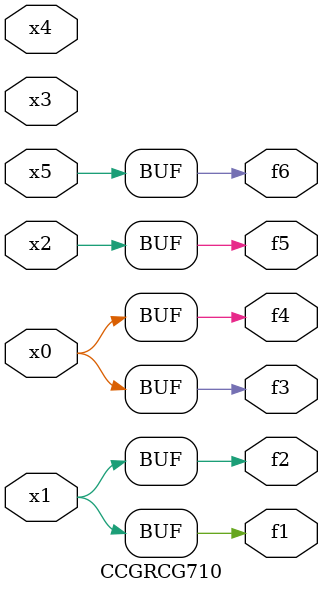
<source format=v>
module CCGRCG710(
	input x0, x1, x2, x3, x4, x5,
	output f1, f2, f3, f4, f5, f6
);
	assign f1 = x1;
	assign f2 = x1;
	assign f3 = x0;
	assign f4 = x0;
	assign f5 = x2;
	assign f6 = x5;
endmodule

</source>
